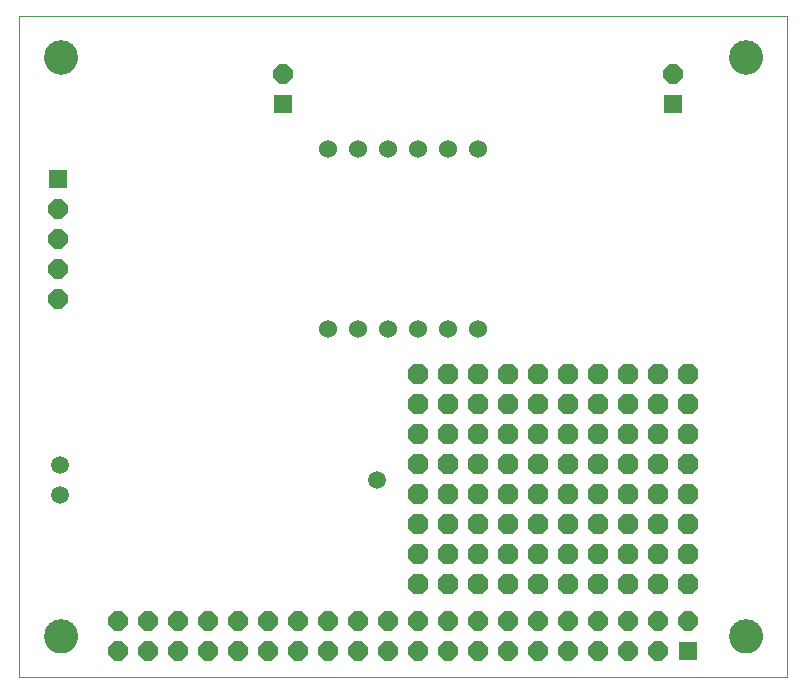
<source format=gts>
G75*
%MOIN*%
%OFA0B0*%
%FSLAX25Y25*%
%IPPOS*%
%LPD*%
%AMOC8*
5,1,8,0,0,1.08239X$1,22.5*
%
%ADD10C,0.00000*%
%ADD11C,0.11227*%
%ADD12R,0.06400X0.06400*%
%ADD13OC8,0.06400*%
%ADD14C,0.06000*%
%ADD15C,0.05943*%
%ADD16OC8,0.06700*%
D10*
X0001000Y0001000D02*
X0256906Y0001000D01*
X0256906Y0221472D01*
X0001000Y0221472D01*
X0001000Y0001000D01*
X0009367Y0014780D02*
X0009369Y0014927D01*
X0009375Y0015073D01*
X0009385Y0015219D01*
X0009399Y0015365D01*
X0009417Y0015511D01*
X0009438Y0015656D01*
X0009464Y0015800D01*
X0009494Y0015944D01*
X0009527Y0016086D01*
X0009564Y0016228D01*
X0009605Y0016369D01*
X0009650Y0016508D01*
X0009699Y0016647D01*
X0009751Y0016784D01*
X0009808Y0016919D01*
X0009867Y0017053D01*
X0009931Y0017185D01*
X0009998Y0017315D01*
X0010068Y0017444D01*
X0010142Y0017571D01*
X0010219Y0017695D01*
X0010300Y0017818D01*
X0010384Y0017938D01*
X0010471Y0018056D01*
X0010561Y0018171D01*
X0010654Y0018284D01*
X0010751Y0018395D01*
X0010850Y0018503D01*
X0010952Y0018608D01*
X0011057Y0018710D01*
X0011165Y0018809D01*
X0011276Y0018906D01*
X0011389Y0018999D01*
X0011504Y0019089D01*
X0011622Y0019176D01*
X0011742Y0019260D01*
X0011865Y0019341D01*
X0011989Y0019418D01*
X0012116Y0019492D01*
X0012245Y0019562D01*
X0012375Y0019629D01*
X0012507Y0019693D01*
X0012641Y0019752D01*
X0012776Y0019809D01*
X0012913Y0019861D01*
X0013052Y0019910D01*
X0013191Y0019955D01*
X0013332Y0019996D01*
X0013474Y0020033D01*
X0013616Y0020066D01*
X0013760Y0020096D01*
X0013904Y0020122D01*
X0014049Y0020143D01*
X0014195Y0020161D01*
X0014341Y0020175D01*
X0014487Y0020185D01*
X0014633Y0020191D01*
X0014780Y0020193D01*
X0014927Y0020191D01*
X0015073Y0020185D01*
X0015219Y0020175D01*
X0015365Y0020161D01*
X0015511Y0020143D01*
X0015656Y0020122D01*
X0015800Y0020096D01*
X0015944Y0020066D01*
X0016086Y0020033D01*
X0016228Y0019996D01*
X0016369Y0019955D01*
X0016508Y0019910D01*
X0016647Y0019861D01*
X0016784Y0019809D01*
X0016919Y0019752D01*
X0017053Y0019693D01*
X0017185Y0019629D01*
X0017315Y0019562D01*
X0017444Y0019492D01*
X0017571Y0019418D01*
X0017695Y0019341D01*
X0017818Y0019260D01*
X0017938Y0019176D01*
X0018056Y0019089D01*
X0018171Y0018999D01*
X0018284Y0018906D01*
X0018395Y0018809D01*
X0018503Y0018710D01*
X0018608Y0018608D01*
X0018710Y0018503D01*
X0018809Y0018395D01*
X0018906Y0018284D01*
X0018999Y0018171D01*
X0019089Y0018056D01*
X0019176Y0017938D01*
X0019260Y0017818D01*
X0019341Y0017695D01*
X0019418Y0017571D01*
X0019492Y0017444D01*
X0019562Y0017315D01*
X0019629Y0017185D01*
X0019693Y0017053D01*
X0019752Y0016919D01*
X0019809Y0016784D01*
X0019861Y0016647D01*
X0019910Y0016508D01*
X0019955Y0016369D01*
X0019996Y0016228D01*
X0020033Y0016086D01*
X0020066Y0015944D01*
X0020096Y0015800D01*
X0020122Y0015656D01*
X0020143Y0015511D01*
X0020161Y0015365D01*
X0020175Y0015219D01*
X0020185Y0015073D01*
X0020191Y0014927D01*
X0020193Y0014780D01*
X0020191Y0014633D01*
X0020185Y0014487D01*
X0020175Y0014341D01*
X0020161Y0014195D01*
X0020143Y0014049D01*
X0020122Y0013904D01*
X0020096Y0013760D01*
X0020066Y0013616D01*
X0020033Y0013474D01*
X0019996Y0013332D01*
X0019955Y0013191D01*
X0019910Y0013052D01*
X0019861Y0012913D01*
X0019809Y0012776D01*
X0019752Y0012641D01*
X0019693Y0012507D01*
X0019629Y0012375D01*
X0019562Y0012245D01*
X0019492Y0012116D01*
X0019418Y0011989D01*
X0019341Y0011865D01*
X0019260Y0011742D01*
X0019176Y0011622D01*
X0019089Y0011504D01*
X0018999Y0011389D01*
X0018906Y0011276D01*
X0018809Y0011165D01*
X0018710Y0011057D01*
X0018608Y0010952D01*
X0018503Y0010850D01*
X0018395Y0010751D01*
X0018284Y0010654D01*
X0018171Y0010561D01*
X0018056Y0010471D01*
X0017938Y0010384D01*
X0017818Y0010300D01*
X0017695Y0010219D01*
X0017571Y0010142D01*
X0017444Y0010068D01*
X0017315Y0009998D01*
X0017185Y0009931D01*
X0017053Y0009867D01*
X0016919Y0009808D01*
X0016784Y0009751D01*
X0016647Y0009699D01*
X0016508Y0009650D01*
X0016369Y0009605D01*
X0016228Y0009564D01*
X0016086Y0009527D01*
X0015944Y0009494D01*
X0015800Y0009464D01*
X0015656Y0009438D01*
X0015511Y0009417D01*
X0015365Y0009399D01*
X0015219Y0009385D01*
X0015073Y0009375D01*
X0014927Y0009369D01*
X0014780Y0009367D01*
X0014633Y0009369D01*
X0014487Y0009375D01*
X0014341Y0009385D01*
X0014195Y0009399D01*
X0014049Y0009417D01*
X0013904Y0009438D01*
X0013760Y0009464D01*
X0013616Y0009494D01*
X0013474Y0009527D01*
X0013332Y0009564D01*
X0013191Y0009605D01*
X0013052Y0009650D01*
X0012913Y0009699D01*
X0012776Y0009751D01*
X0012641Y0009808D01*
X0012507Y0009867D01*
X0012375Y0009931D01*
X0012245Y0009998D01*
X0012116Y0010068D01*
X0011989Y0010142D01*
X0011865Y0010219D01*
X0011742Y0010300D01*
X0011622Y0010384D01*
X0011504Y0010471D01*
X0011389Y0010561D01*
X0011276Y0010654D01*
X0011165Y0010751D01*
X0011057Y0010850D01*
X0010952Y0010952D01*
X0010850Y0011057D01*
X0010751Y0011165D01*
X0010654Y0011276D01*
X0010561Y0011389D01*
X0010471Y0011504D01*
X0010384Y0011622D01*
X0010300Y0011742D01*
X0010219Y0011865D01*
X0010142Y0011989D01*
X0010068Y0012116D01*
X0009998Y0012245D01*
X0009931Y0012375D01*
X0009867Y0012507D01*
X0009808Y0012641D01*
X0009751Y0012776D01*
X0009699Y0012913D01*
X0009650Y0013052D01*
X0009605Y0013191D01*
X0009564Y0013332D01*
X0009527Y0013474D01*
X0009494Y0013616D01*
X0009464Y0013760D01*
X0009438Y0013904D01*
X0009417Y0014049D01*
X0009399Y0014195D01*
X0009385Y0014341D01*
X0009375Y0014487D01*
X0009369Y0014633D01*
X0009367Y0014780D01*
X0009367Y0207693D02*
X0009369Y0207840D01*
X0009375Y0207986D01*
X0009385Y0208132D01*
X0009399Y0208278D01*
X0009417Y0208424D01*
X0009438Y0208569D01*
X0009464Y0208713D01*
X0009494Y0208857D01*
X0009527Y0208999D01*
X0009564Y0209141D01*
X0009605Y0209282D01*
X0009650Y0209421D01*
X0009699Y0209560D01*
X0009751Y0209697D01*
X0009808Y0209832D01*
X0009867Y0209966D01*
X0009931Y0210098D01*
X0009998Y0210228D01*
X0010068Y0210357D01*
X0010142Y0210484D01*
X0010219Y0210608D01*
X0010300Y0210731D01*
X0010384Y0210851D01*
X0010471Y0210969D01*
X0010561Y0211084D01*
X0010654Y0211197D01*
X0010751Y0211308D01*
X0010850Y0211416D01*
X0010952Y0211521D01*
X0011057Y0211623D01*
X0011165Y0211722D01*
X0011276Y0211819D01*
X0011389Y0211912D01*
X0011504Y0212002D01*
X0011622Y0212089D01*
X0011742Y0212173D01*
X0011865Y0212254D01*
X0011989Y0212331D01*
X0012116Y0212405D01*
X0012245Y0212475D01*
X0012375Y0212542D01*
X0012507Y0212606D01*
X0012641Y0212665D01*
X0012776Y0212722D01*
X0012913Y0212774D01*
X0013052Y0212823D01*
X0013191Y0212868D01*
X0013332Y0212909D01*
X0013474Y0212946D01*
X0013616Y0212979D01*
X0013760Y0213009D01*
X0013904Y0213035D01*
X0014049Y0213056D01*
X0014195Y0213074D01*
X0014341Y0213088D01*
X0014487Y0213098D01*
X0014633Y0213104D01*
X0014780Y0213106D01*
X0014927Y0213104D01*
X0015073Y0213098D01*
X0015219Y0213088D01*
X0015365Y0213074D01*
X0015511Y0213056D01*
X0015656Y0213035D01*
X0015800Y0213009D01*
X0015944Y0212979D01*
X0016086Y0212946D01*
X0016228Y0212909D01*
X0016369Y0212868D01*
X0016508Y0212823D01*
X0016647Y0212774D01*
X0016784Y0212722D01*
X0016919Y0212665D01*
X0017053Y0212606D01*
X0017185Y0212542D01*
X0017315Y0212475D01*
X0017444Y0212405D01*
X0017571Y0212331D01*
X0017695Y0212254D01*
X0017818Y0212173D01*
X0017938Y0212089D01*
X0018056Y0212002D01*
X0018171Y0211912D01*
X0018284Y0211819D01*
X0018395Y0211722D01*
X0018503Y0211623D01*
X0018608Y0211521D01*
X0018710Y0211416D01*
X0018809Y0211308D01*
X0018906Y0211197D01*
X0018999Y0211084D01*
X0019089Y0210969D01*
X0019176Y0210851D01*
X0019260Y0210731D01*
X0019341Y0210608D01*
X0019418Y0210484D01*
X0019492Y0210357D01*
X0019562Y0210228D01*
X0019629Y0210098D01*
X0019693Y0209966D01*
X0019752Y0209832D01*
X0019809Y0209697D01*
X0019861Y0209560D01*
X0019910Y0209421D01*
X0019955Y0209282D01*
X0019996Y0209141D01*
X0020033Y0208999D01*
X0020066Y0208857D01*
X0020096Y0208713D01*
X0020122Y0208569D01*
X0020143Y0208424D01*
X0020161Y0208278D01*
X0020175Y0208132D01*
X0020185Y0207986D01*
X0020191Y0207840D01*
X0020193Y0207693D01*
X0020191Y0207546D01*
X0020185Y0207400D01*
X0020175Y0207254D01*
X0020161Y0207108D01*
X0020143Y0206962D01*
X0020122Y0206817D01*
X0020096Y0206673D01*
X0020066Y0206529D01*
X0020033Y0206387D01*
X0019996Y0206245D01*
X0019955Y0206104D01*
X0019910Y0205965D01*
X0019861Y0205826D01*
X0019809Y0205689D01*
X0019752Y0205554D01*
X0019693Y0205420D01*
X0019629Y0205288D01*
X0019562Y0205158D01*
X0019492Y0205029D01*
X0019418Y0204902D01*
X0019341Y0204778D01*
X0019260Y0204655D01*
X0019176Y0204535D01*
X0019089Y0204417D01*
X0018999Y0204302D01*
X0018906Y0204189D01*
X0018809Y0204078D01*
X0018710Y0203970D01*
X0018608Y0203865D01*
X0018503Y0203763D01*
X0018395Y0203664D01*
X0018284Y0203567D01*
X0018171Y0203474D01*
X0018056Y0203384D01*
X0017938Y0203297D01*
X0017818Y0203213D01*
X0017695Y0203132D01*
X0017571Y0203055D01*
X0017444Y0202981D01*
X0017315Y0202911D01*
X0017185Y0202844D01*
X0017053Y0202780D01*
X0016919Y0202721D01*
X0016784Y0202664D01*
X0016647Y0202612D01*
X0016508Y0202563D01*
X0016369Y0202518D01*
X0016228Y0202477D01*
X0016086Y0202440D01*
X0015944Y0202407D01*
X0015800Y0202377D01*
X0015656Y0202351D01*
X0015511Y0202330D01*
X0015365Y0202312D01*
X0015219Y0202298D01*
X0015073Y0202288D01*
X0014927Y0202282D01*
X0014780Y0202280D01*
X0014633Y0202282D01*
X0014487Y0202288D01*
X0014341Y0202298D01*
X0014195Y0202312D01*
X0014049Y0202330D01*
X0013904Y0202351D01*
X0013760Y0202377D01*
X0013616Y0202407D01*
X0013474Y0202440D01*
X0013332Y0202477D01*
X0013191Y0202518D01*
X0013052Y0202563D01*
X0012913Y0202612D01*
X0012776Y0202664D01*
X0012641Y0202721D01*
X0012507Y0202780D01*
X0012375Y0202844D01*
X0012245Y0202911D01*
X0012116Y0202981D01*
X0011989Y0203055D01*
X0011865Y0203132D01*
X0011742Y0203213D01*
X0011622Y0203297D01*
X0011504Y0203384D01*
X0011389Y0203474D01*
X0011276Y0203567D01*
X0011165Y0203664D01*
X0011057Y0203763D01*
X0010952Y0203865D01*
X0010850Y0203970D01*
X0010751Y0204078D01*
X0010654Y0204189D01*
X0010561Y0204302D01*
X0010471Y0204417D01*
X0010384Y0204535D01*
X0010300Y0204655D01*
X0010219Y0204778D01*
X0010142Y0204902D01*
X0010068Y0205029D01*
X0009998Y0205158D01*
X0009931Y0205288D01*
X0009867Y0205420D01*
X0009808Y0205554D01*
X0009751Y0205689D01*
X0009699Y0205826D01*
X0009650Y0205965D01*
X0009605Y0206104D01*
X0009564Y0206245D01*
X0009527Y0206387D01*
X0009494Y0206529D01*
X0009464Y0206673D01*
X0009438Y0206817D01*
X0009417Y0206962D01*
X0009399Y0207108D01*
X0009385Y0207254D01*
X0009375Y0207400D01*
X0009369Y0207546D01*
X0009367Y0207693D01*
X0237713Y0207693D02*
X0237715Y0207840D01*
X0237721Y0207986D01*
X0237731Y0208132D01*
X0237745Y0208278D01*
X0237763Y0208424D01*
X0237784Y0208569D01*
X0237810Y0208713D01*
X0237840Y0208857D01*
X0237873Y0208999D01*
X0237910Y0209141D01*
X0237951Y0209282D01*
X0237996Y0209421D01*
X0238045Y0209560D01*
X0238097Y0209697D01*
X0238154Y0209832D01*
X0238213Y0209966D01*
X0238277Y0210098D01*
X0238344Y0210228D01*
X0238414Y0210357D01*
X0238488Y0210484D01*
X0238565Y0210608D01*
X0238646Y0210731D01*
X0238730Y0210851D01*
X0238817Y0210969D01*
X0238907Y0211084D01*
X0239000Y0211197D01*
X0239097Y0211308D01*
X0239196Y0211416D01*
X0239298Y0211521D01*
X0239403Y0211623D01*
X0239511Y0211722D01*
X0239622Y0211819D01*
X0239735Y0211912D01*
X0239850Y0212002D01*
X0239968Y0212089D01*
X0240088Y0212173D01*
X0240211Y0212254D01*
X0240335Y0212331D01*
X0240462Y0212405D01*
X0240591Y0212475D01*
X0240721Y0212542D01*
X0240853Y0212606D01*
X0240987Y0212665D01*
X0241122Y0212722D01*
X0241259Y0212774D01*
X0241398Y0212823D01*
X0241537Y0212868D01*
X0241678Y0212909D01*
X0241820Y0212946D01*
X0241962Y0212979D01*
X0242106Y0213009D01*
X0242250Y0213035D01*
X0242395Y0213056D01*
X0242541Y0213074D01*
X0242687Y0213088D01*
X0242833Y0213098D01*
X0242979Y0213104D01*
X0243126Y0213106D01*
X0243273Y0213104D01*
X0243419Y0213098D01*
X0243565Y0213088D01*
X0243711Y0213074D01*
X0243857Y0213056D01*
X0244002Y0213035D01*
X0244146Y0213009D01*
X0244290Y0212979D01*
X0244432Y0212946D01*
X0244574Y0212909D01*
X0244715Y0212868D01*
X0244854Y0212823D01*
X0244993Y0212774D01*
X0245130Y0212722D01*
X0245265Y0212665D01*
X0245399Y0212606D01*
X0245531Y0212542D01*
X0245661Y0212475D01*
X0245790Y0212405D01*
X0245917Y0212331D01*
X0246041Y0212254D01*
X0246164Y0212173D01*
X0246284Y0212089D01*
X0246402Y0212002D01*
X0246517Y0211912D01*
X0246630Y0211819D01*
X0246741Y0211722D01*
X0246849Y0211623D01*
X0246954Y0211521D01*
X0247056Y0211416D01*
X0247155Y0211308D01*
X0247252Y0211197D01*
X0247345Y0211084D01*
X0247435Y0210969D01*
X0247522Y0210851D01*
X0247606Y0210731D01*
X0247687Y0210608D01*
X0247764Y0210484D01*
X0247838Y0210357D01*
X0247908Y0210228D01*
X0247975Y0210098D01*
X0248039Y0209966D01*
X0248098Y0209832D01*
X0248155Y0209697D01*
X0248207Y0209560D01*
X0248256Y0209421D01*
X0248301Y0209282D01*
X0248342Y0209141D01*
X0248379Y0208999D01*
X0248412Y0208857D01*
X0248442Y0208713D01*
X0248468Y0208569D01*
X0248489Y0208424D01*
X0248507Y0208278D01*
X0248521Y0208132D01*
X0248531Y0207986D01*
X0248537Y0207840D01*
X0248539Y0207693D01*
X0248537Y0207546D01*
X0248531Y0207400D01*
X0248521Y0207254D01*
X0248507Y0207108D01*
X0248489Y0206962D01*
X0248468Y0206817D01*
X0248442Y0206673D01*
X0248412Y0206529D01*
X0248379Y0206387D01*
X0248342Y0206245D01*
X0248301Y0206104D01*
X0248256Y0205965D01*
X0248207Y0205826D01*
X0248155Y0205689D01*
X0248098Y0205554D01*
X0248039Y0205420D01*
X0247975Y0205288D01*
X0247908Y0205158D01*
X0247838Y0205029D01*
X0247764Y0204902D01*
X0247687Y0204778D01*
X0247606Y0204655D01*
X0247522Y0204535D01*
X0247435Y0204417D01*
X0247345Y0204302D01*
X0247252Y0204189D01*
X0247155Y0204078D01*
X0247056Y0203970D01*
X0246954Y0203865D01*
X0246849Y0203763D01*
X0246741Y0203664D01*
X0246630Y0203567D01*
X0246517Y0203474D01*
X0246402Y0203384D01*
X0246284Y0203297D01*
X0246164Y0203213D01*
X0246041Y0203132D01*
X0245917Y0203055D01*
X0245790Y0202981D01*
X0245661Y0202911D01*
X0245531Y0202844D01*
X0245399Y0202780D01*
X0245265Y0202721D01*
X0245130Y0202664D01*
X0244993Y0202612D01*
X0244854Y0202563D01*
X0244715Y0202518D01*
X0244574Y0202477D01*
X0244432Y0202440D01*
X0244290Y0202407D01*
X0244146Y0202377D01*
X0244002Y0202351D01*
X0243857Y0202330D01*
X0243711Y0202312D01*
X0243565Y0202298D01*
X0243419Y0202288D01*
X0243273Y0202282D01*
X0243126Y0202280D01*
X0242979Y0202282D01*
X0242833Y0202288D01*
X0242687Y0202298D01*
X0242541Y0202312D01*
X0242395Y0202330D01*
X0242250Y0202351D01*
X0242106Y0202377D01*
X0241962Y0202407D01*
X0241820Y0202440D01*
X0241678Y0202477D01*
X0241537Y0202518D01*
X0241398Y0202563D01*
X0241259Y0202612D01*
X0241122Y0202664D01*
X0240987Y0202721D01*
X0240853Y0202780D01*
X0240721Y0202844D01*
X0240591Y0202911D01*
X0240462Y0202981D01*
X0240335Y0203055D01*
X0240211Y0203132D01*
X0240088Y0203213D01*
X0239968Y0203297D01*
X0239850Y0203384D01*
X0239735Y0203474D01*
X0239622Y0203567D01*
X0239511Y0203664D01*
X0239403Y0203763D01*
X0239298Y0203865D01*
X0239196Y0203970D01*
X0239097Y0204078D01*
X0239000Y0204189D01*
X0238907Y0204302D01*
X0238817Y0204417D01*
X0238730Y0204535D01*
X0238646Y0204655D01*
X0238565Y0204778D01*
X0238488Y0204902D01*
X0238414Y0205029D01*
X0238344Y0205158D01*
X0238277Y0205288D01*
X0238213Y0205420D01*
X0238154Y0205554D01*
X0238097Y0205689D01*
X0238045Y0205826D01*
X0237996Y0205965D01*
X0237951Y0206104D01*
X0237910Y0206245D01*
X0237873Y0206387D01*
X0237840Y0206529D01*
X0237810Y0206673D01*
X0237784Y0206817D01*
X0237763Y0206962D01*
X0237745Y0207108D01*
X0237731Y0207254D01*
X0237721Y0207400D01*
X0237715Y0207546D01*
X0237713Y0207693D01*
X0237713Y0014780D02*
X0237715Y0014927D01*
X0237721Y0015073D01*
X0237731Y0015219D01*
X0237745Y0015365D01*
X0237763Y0015511D01*
X0237784Y0015656D01*
X0237810Y0015800D01*
X0237840Y0015944D01*
X0237873Y0016086D01*
X0237910Y0016228D01*
X0237951Y0016369D01*
X0237996Y0016508D01*
X0238045Y0016647D01*
X0238097Y0016784D01*
X0238154Y0016919D01*
X0238213Y0017053D01*
X0238277Y0017185D01*
X0238344Y0017315D01*
X0238414Y0017444D01*
X0238488Y0017571D01*
X0238565Y0017695D01*
X0238646Y0017818D01*
X0238730Y0017938D01*
X0238817Y0018056D01*
X0238907Y0018171D01*
X0239000Y0018284D01*
X0239097Y0018395D01*
X0239196Y0018503D01*
X0239298Y0018608D01*
X0239403Y0018710D01*
X0239511Y0018809D01*
X0239622Y0018906D01*
X0239735Y0018999D01*
X0239850Y0019089D01*
X0239968Y0019176D01*
X0240088Y0019260D01*
X0240211Y0019341D01*
X0240335Y0019418D01*
X0240462Y0019492D01*
X0240591Y0019562D01*
X0240721Y0019629D01*
X0240853Y0019693D01*
X0240987Y0019752D01*
X0241122Y0019809D01*
X0241259Y0019861D01*
X0241398Y0019910D01*
X0241537Y0019955D01*
X0241678Y0019996D01*
X0241820Y0020033D01*
X0241962Y0020066D01*
X0242106Y0020096D01*
X0242250Y0020122D01*
X0242395Y0020143D01*
X0242541Y0020161D01*
X0242687Y0020175D01*
X0242833Y0020185D01*
X0242979Y0020191D01*
X0243126Y0020193D01*
X0243273Y0020191D01*
X0243419Y0020185D01*
X0243565Y0020175D01*
X0243711Y0020161D01*
X0243857Y0020143D01*
X0244002Y0020122D01*
X0244146Y0020096D01*
X0244290Y0020066D01*
X0244432Y0020033D01*
X0244574Y0019996D01*
X0244715Y0019955D01*
X0244854Y0019910D01*
X0244993Y0019861D01*
X0245130Y0019809D01*
X0245265Y0019752D01*
X0245399Y0019693D01*
X0245531Y0019629D01*
X0245661Y0019562D01*
X0245790Y0019492D01*
X0245917Y0019418D01*
X0246041Y0019341D01*
X0246164Y0019260D01*
X0246284Y0019176D01*
X0246402Y0019089D01*
X0246517Y0018999D01*
X0246630Y0018906D01*
X0246741Y0018809D01*
X0246849Y0018710D01*
X0246954Y0018608D01*
X0247056Y0018503D01*
X0247155Y0018395D01*
X0247252Y0018284D01*
X0247345Y0018171D01*
X0247435Y0018056D01*
X0247522Y0017938D01*
X0247606Y0017818D01*
X0247687Y0017695D01*
X0247764Y0017571D01*
X0247838Y0017444D01*
X0247908Y0017315D01*
X0247975Y0017185D01*
X0248039Y0017053D01*
X0248098Y0016919D01*
X0248155Y0016784D01*
X0248207Y0016647D01*
X0248256Y0016508D01*
X0248301Y0016369D01*
X0248342Y0016228D01*
X0248379Y0016086D01*
X0248412Y0015944D01*
X0248442Y0015800D01*
X0248468Y0015656D01*
X0248489Y0015511D01*
X0248507Y0015365D01*
X0248521Y0015219D01*
X0248531Y0015073D01*
X0248537Y0014927D01*
X0248539Y0014780D01*
X0248537Y0014633D01*
X0248531Y0014487D01*
X0248521Y0014341D01*
X0248507Y0014195D01*
X0248489Y0014049D01*
X0248468Y0013904D01*
X0248442Y0013760D01*
X0248412Y0013616D01*
X0248379Y0013474D01*
X0248342Y0013332D01*
X0248301Y0013191D01*
X0248256Y0013052D01*
X0248207Y0012913D01*
X0248155Y0012776D01*
X0248098Y0012641D01*
X0248039Y0012507D01*
X0247975Y0012375D01*
X0247908Y0012245D01*
X0247838Y0012116D01*
X0247764Y0011989D01*
X0247687Y0011865D01*
X0247606Y0011742D01*
X0247522Y0011622D01*
X0247435Y0011504D01*
X0247345Y0011389D01*
X0247252Y0011276D01*
X0247155Y0011165D01*
X0247056Y0011057D01*
X0246954Y0010952D01*
X0246849Y0010850D01*
X0246741Y0010751D01*
X0246630Y0010654D01*
X0246517Y0010561D01*
X0246402Y0010471D01*
X0246284Y0010384D01*
X0246164Y0010300D01*
X0246041Y0010219D01*
X0245917Y0010142D01*
X0245790Y0010068D01*
X0245661Y0009998D01*
X0245531Y0009931D01*
X0245399Y0009867D01*
X0245265Y0009808D01*
X0245130Y0009751D01*
X0244993Y0009699D01*
X0244854Y0009650D01*
X0244715Y0009605D01*
X0244574Y0009564D01*
X0244432Y0009527D01*
X0244290Y0009494D01*
X0244146Y0009464D01*
X0244002Y0009438D01*
X0243857Y0009417D01*
X0243711Y0009399D01*
X0243565Y0009385D01*
X0243419Y0009375D01*
X0243273Y0009369D01*
X0243126Y0009367D01*
X0242979Y0009369D01*
X0242833Y0009375D01*
X0242687Y0009385D01*
X0242541Y0009399D01*
X0242395Y0009417D01*
X0242250Y0009438D01*
X0242106Y0009464D01*
X0241962Y0009494D01*
X0241820Y0009527D01*
X0241678Y0009564D01*
X0241537Y0009605D01*
X0241398Y0009650D01*
X0241259Y0009699D01*
X0241122Y0009751D01*
X0240987Y0009808D01*
X0240853Y0009867D01*
X0240721Y0009931D01*
X0240591Y0009998D01*
X0240462Y0010068D01*
X0240335Y0010142D01*
X0240211Y0010219D01*
X0240088Y0010300D01*
X0239968Y0010384D01*
X0239850Y0010471D01*
X0239735Y0010561D01*
X0239622Y0010654D01*
X0239511Y0010751D01*
X0239403Y0010850D01*
X0239298Y0010952D01*
X0239196Y0011057D01*
X0239097Y0011165D01*
X0239000Y0011276D01*
X0238907Y0011389D01*
X0238817Y0011504D01*
X0238730Y0011622D01*
X0238646Y0011742D01*
X0238565Y0011865D01*
X0238488Y0011989D01*
X0238414Y0012116D01*
X0238344Y0012245D01*
X0238277Y0012375D01*
X0238213Y0012507D01*
X0238154Y0012641D01*
X0238097Y0012776D01*
X0238045Y0012913D01*
X0237996Y0013052D01*
X0237951Y0013191D01*
X0237910Y0013332D01*
X0237873Y0013474D01*
X0237840Y0013616D01*
X0237810Y0013760D01*
X0237784Y0013904D01*
X0237763Y0014049D01*
X0237745Y0014195D01*
X0237731Y0014341D01*
X0237721Y0014487D01*
X0237715Y0014633D01*
X0237713Y0014780D01*
D11*
X0243126Y0014780D03*
X0243126Y0207693D03*
X0014780Y0207693D03*
X0014780Y0014780D03*
D12*
X0013953Y0167280D03*
X0088953Y0192280D03*
X0218953Y0192280D03*
X0223953Y0009780D03*
D13*
X0223953Y0019780D03*
X0213953Y0019780D03*
X0203953Y0019780D03*
X0193953Y0019780D03*
X0183953Y0019780D03*
X0173953Y0019780D03*
X0163953Y0019780D03*
X0153953Y0019780D03*
X0143953Y0019780D03*
X0133953Y0019780D03*
X0123953Y0019780D03*
X0113953Y0019780D03*
X0103953Y0019780D03*
X0093953Y0019780D03*
X0083953Y0019780D03*
X0073953Y0019780D03*
X0063953Y0019780D03*
X0053953Y0019780D03*
X0043953Y0019780D03*
X0033953Y0019780D03*
X0033953Y0009780D03*
X0043953Y0009780D03*
X0053953Y0009780D03*
X0063953Y0009780D03*
X0073953Y0009780D03*
X0083953Y0009780D03*
X0093953Y0009780D03*
X0103953Y0009780D03*
X0113953Y0009780D03*
X0123953Y0009780D03*
X0133953Y0009780D03*
X0143953Y0009780D03*
X0153953Y0009780D03*
X0163953Y0009780D03*
X0173953Y0009780D03*
X0183953Y0009780D03*
X0193953Y0009780D03*
X0203953Y0009780D03*
X0213953Y0009780D03*
X0013953Y0127280D03*
X0013953Y0137280D03*
X0013953Y0147280D03*
X0013953Y0157280D03*
X0088953Y0202280D03*
X0218953Y0202280D03*
D14*
X0153953Y0177280D03*
X0143953Y0177280D03*
X0133953Y0177280D03*
X0123953Y0177280D03*
X0113953Y0177280D03*
X0103953Y0177280D03*
X0103953Y0117280D03*
X0113953Y0117280D03*
X0123953Y0117280D03*
X0133953Y0117280D03*
X0143953Y0117280D03*
X0153953Y0117280D03*
D15*
X0120406Y0066780D03*
X0014500Y0071780D03*
X0014500Y0061780D03*
D16*
X0133953Y0062280D03*
X0143953Y0062280D03*
X0153953Y0062280D03*
X0163953Y0062280D03*
X0173953Y0062280D03*
X0183953Y0062280D03*
X0193953Y0062280D03*
X0203953Y0062280D03*
X0213953Y0062280D03*
X0223953Y0062280D03*
X0223953Y0052280D03*
X0213953Y0052280D03*
X0203953Y0052280D03*
X0193953Y0052280D03*
X0183953Y0052280D03*
X0173953Y0052280D03*
X0163953Y0052280D03*
X0153953Y0052280D03*
X0143953Y0052280D03*
X0133953Y0052280D03*
X0133953Y0042280D03*
X0143953Y0042280D03*
X0153953Y0042280D03*
X0163953Y0042280D03*
X0173953Y0042280D03*
X0183953Y0042280D03*
X0193953Y0042280D03*
X0203953Y0042280D03*
X0213953Y0042280D03*
X0223953Y0042280D03*
X0223953Y0032280D03*
X0213953Y0032280D03*
X0203953Y0032280D03*
X0193953Y0032280D03*
X0183953Y0032280D03*
X0173953Y0032280D03*
X0163953Y0032280D03*
X0153953Y0032280D03*
X0143953Y0032280D03*
X0133953Y0032280D03*
X0133953Y0072280D03*
X0133953Y0082280D03*
X0143953Y0082280D03*
X0153953Y0082280D03*
X0163953Y0082280D03*
X0173953Y0082280D03*
X0183953Y0082280D03*
X0193953Y0082280D03*
X0203953Y0082280D03*
X0213953Y0082280D03*
X0223953Y0082280D03*
X0223953Y0072280D03*
X0213953Y0072280D03*
X0203953Y0072280D03*
X0193953Y0072280D03*
X0183953Y0072280D03*
X0173953Y0072280D03*
X0163953Y0072280D03*
X0153953Y0072280D03*
X0143953Y0072280D03*
X0143953Y0092280D03*
X0143953Y0102280D03*
X0153953Y0102280D03*
X0163953Y0102280D03*
X0173953Y0102280D03*
X0183953Y0102280D03*
X0193953Y0102280D03*
X0203953Y0102280D03*
X0213953Y0102280D03*
X0223953Y0102280D03*
X0223953Y0092280D03*
X0213953Y0092280D03*
X0203953Y0092280D03*
X0193953Y0092280D03*
X0183953Y0092280D03*
X0173953Y0092280D03*
X0163953Y0092280D03*
X0153953Y0092280D03*
X0133953Y0092280D03*
X0133953Y0102280D03*
M02*

</source>
